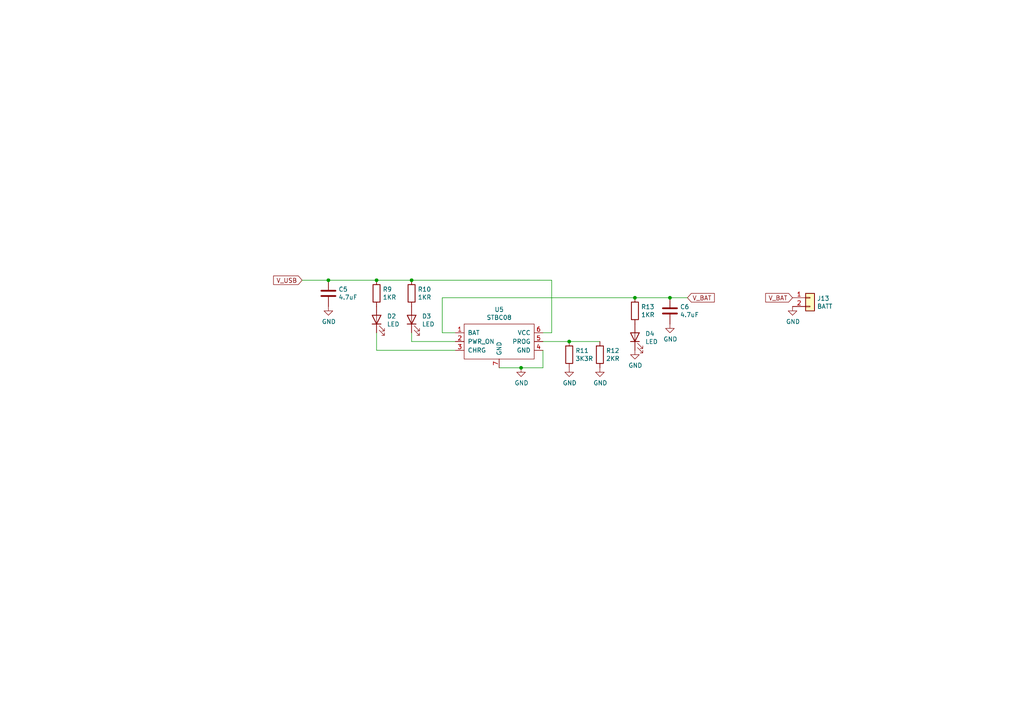
<source format=kicad_sch>
(kicad_sch (version 20211123) (generator eeschema)
  (paper "A4")
  (lib_symbols
    (symbol "Connector_Generic:Conn_01x02" (pin_names (offset 1.016) hide)
      (property "Reference" "J" (at 0 2.54 0))
      (property "Value" "Conn_01x02" (at 0 -5.08 0))
      (symbol "Conn_01x02_1_1"
        (rectangle (start -1.27 -2.413) (end 0 -2.667) (stroke (width 0.1524)))
        (rectangle (start -1.27 0.127) (end 0 -0.127) (stroke (width 0.1524)))
        (rectangle (start -1.27 1.27) (end 1.27 -3.81) (stroke (width 0.254)) (fill (type background)))
        (pin passive line (at -5.08 0 0) (length 3.81) (name "Pin_1") (number "1"))
        (pin passive line (at -5.08 -2.54 0) (length 3.81) (name "Pin_2") (number "2"))
      )
    )
    (symbol "Device:C" (pin_numbers hide) (pin_names (offset 0.254))
      (property "Reference" "C" (at 0.635 2.54 0))
      (property "Value" "C" (at 0.635 -2.54 0))
      (symbol "C_0_1"
        (polyline (pts (xy -2.032 -0.762) (xy 2.032 -0.762)) (stroke (width 0.508)))
        (polyline (pts (xy -2.032 0.762) (xy 2.032 0.762)) (stroke (width 0.508)))
      )
      (symbol "C_1_1"
        (pin passive line (at 0 3.81 270) (length 2.794) (name "~") (number "1"))
        (pin passive line (at 0 -3.81 90) (length 2.794) (name "~") (number "2"))
      )
    )
    (symbol "Device:LED" (pin_numbers hide) (pin_names (offset 1.016) hide)
      (property "Reference" "D" (at 0 2.54 0))
      (property "Value" "LED" (at 0 -2.54 0))
      (symbol "LED_0_1"
        (polyline (pts (xy -1.27 -1.27) (xy -1.27 1.27)) (stroke (width 0.254)))
        (polyline (pts (xy -1.27 0) (xy 1.27 0)))
        (polyline (pts (xy 1.27 -1.27) (xy 1.27 1.27) (xy -1.27 0) (xy 1.27 -1.27)) (stroke (width 0.254)))
        (polyline (pts (xy -3.048 -0.762) (xy -4.572 -2.286) (xy -3.81 -2.286) (xy -4.572 -2.286) (xy -4.572 -1.524)))
        (polyline (pts (xy -1.778 -0.762) (xy -3.302 -2.286) (xy -2.54 -2.286) (xy -3.302 -2.286) (xy -3.302 -1.524)))
      )
      (symbol "LED_1_1"
        (pin passive line (at -3.81 0 0) (length 2.54) (name "K") (number "1"))
        (pin passive line (at 3.81 0 180) (length 2.54) (name "A") (number "2"))
      )
    )
    (symbol "Device:R" (pin_numbers hide) (pin_names (offset 0))
      (property "Reference" "R" (at 2.032 0 90))
      (property "Value" "R" (at 0 0 90))
      (symbol "R_0_1"
        (rectangle (start -1.016 -2.54) (end 1.016 2.54) (stroke (width 0.254)))
      )
      (symbol "R_1_1"
        (pin passive line (at 0 3.81 270) (length 1.27) (name "~") (number "1"))
        (pin passive line (at 0 -3.81 90) (length 1.27) (name "~") (number "2"))
      )
    )
    (symbol "RTPLibs:STBC08" (pin_names (offset 1.016))
      (property "Reference" "U" (at -8.89 6.35 0))
      (property "Value" "RTPLibs_STBC08" (at 6.35 6.35 0))
      (symbol "STBC08_0_1"
        (rectangle (start -10.16 5.08) (end 10.16 -5.08))
      )
      (symbol "STBC08_1_1"
        (pin input line (at -12.7 2.54 0) (length 2.54) (name "BAT") (number "1"))
        (pin input line (at -12.7 0 0) (length 2.54) (name "PWR_ON") (number "2"))
        (pin input line (at -12.7 -2.54 0) (length 2.54) (name "CHRG") (number "3"))
        (pin input line (at 12.7 -2.54 180) (length 2.54) (name "GND") (number "4"))
        (pin input line (at 12.7 0 180) (length 2.54) (name "PROG") (number "5"))
        (pin input line (at 12.7 2.54 180) (length 2.54) (name "VCC") (number "6"))
        (pin input line (at 0 -7.62 90) (length 2.54) (name "GND") (number "7"))
      )
    )
    (symbol "power:GND" (power) (pin_names (offset 0))
      (property "Value" "GND" (at 0 -3.81 0))
      (symbol "GND_0_1"
        (polyline (pts (xy 0 0) (xy 0 -1.27) (xy 1.27 -1.27) (xy 0 -2.54) (xy -1.27 -1.27) (xy 0 -1.27)))
      )
      (symbol "GND_1_1"
        (pin power_in line (at 0 0 270) (length 0) hide (name "GND") (number "1"))
      )
    )
  )
  (junction (at 119.38 81.28))
  (junction (at 151.13 106.68))
  (junction (at 95.25 81.28))
  (junction (at 109.22 81.28))
  (junction (at 184.15 86.36))
  (junction (at 194.31 86.36))
  (junction (at 165.1 99.06))
  (wire (pts (xy 128.27 86.36) (xy 128.27 96.52)))
  (wire (pts (xy 157.48 101.6) (xy 157.48 106.68)))
  (wire (pts (xy 87.63 81.28) (xy 95.25 81.28)))
  (wire (pts (xy 157.48 96.52) (xy 160.02 96.52)))
  (wire (pts (xy 109.22 81.28) (xy 119.38 81.28)))
  (wire (pts (xy 132.08 101.6) (xy 109.22 101.6)))
  (wire (pts (xy 165.1 99.06) (xy 173.99 99.06)))
  (wire (pts (xy 151.13 106.68) (xy 144.78 106.68)))
  (wire (pts (xy 109.22 101.6) (xy 109.22 96.52)))
  (wire (pts (xy 165.1 99.06) (xy 157.48 99.06)))
  (wire (pts (xy 132.08 96.52) (xy 128.27 96.52)))
  (wire (pts (xy 128.27 86.36) (xy 184.15 86.36)))
  (wire (pts (xy 119.38 99.06) (xy 119.38 96.52)))
  (wire (pts (xy 132.08 99.06) (xy 119.38 99.06)))
  (wire (pts (xy 157.48 106.68) (xy 151.13 106.68)))
  (wire (pts (xy 95.25 81.28) (xy 109.22 81.28)))
  (wire (pts (xy 184.15 86.36) (xy 194.31 86.36)))
  (wire (pts (xy 160.02 96.52) (xy 160.02 81.28)))
  (wire (pts (xy 194.31 86.36) (xy 199.39 86.36)))
  (wire (pts (xy 160.02 81.28) (xy 119.38 81.28)))
  (global_label "V_BAT" (shape input) (at 199.39 86.36 0) (property "Intersheet References" "${INTERSHEET_REFS}" (effects hide)))
  (global_label "V_BAT" (shape input) (at 229.87 86.36 180) (property "Intersheet References" "${INTERSHEET_REFS}" (effects hide)))
  (global_label "V_USB" (shape input) (at 87.63 81.28 180) (property "Intersheet References" "${INTERSHEET_REFS}" (effects hide)))
  (symbol (lib_id "RTPLibs:STBC08") (at 144.78 99.06 0) (unit 1)
    (property "Reference" "U5" (at 144.78 89.789 0))
    (property "Value" "STBC08" (at 144.78 92.1004 0))
    (property "Footprint" "Package_DFN_QFN:DFN-6-1EP_3x3mm_P1mm_EP1.5x2.4mm" (effects hide))
  )
  (symbol (lib_id "Device:R") (at 165.1 102.87 0) (unit 1)
    (property "Reference" "R11" (at 166.878 101.7016 0) (effects (justify left)))
    (property "Value" "3K3R" (at 166.878 104.013 0) (effects (justify left)))
    (property "Footprint" "Resistor_SMD:R_0805_2012Metric_Pad1.20x1.40mm_HandSolder" (effects hide))
  )
  (symbol (lib_id "power:GND") (at 165.1 106.68 0) (unit 1)
    (property "Reference" "#PWR015" (effects hide))
    (property "Value" "GND" (at 165.227 111.0742 0))
  )
  (symbol (lib_id "Device:LED") (at 109.22 92.71 90) (unit 1)
    (property "Reference" "D2" (at 112.2172 91.7194 90) (effects (justify right)))
    (property "Value" "LED" (at 112.2172 94.0308 90) (effects (justify right)))
    (property "Footprint" "LED_SMD:LED_0805_2012Metric" (effects hide))
  )
  (symbol (lib_id "Device:LED") (at 119.38 92.71 90) (unit 1)
    (property "Reference" "D3" (at 122.3772 91.7194 90) (effects (justify right)))
    (property "Value" "LED" (at 122.3772 94.0308 90) (effects (justify right)))
    (property "Footprint" "LED_SMD:LED_0805_2012Metric" (effects hide))
  )
  (symbol (lib_id "Device:R") (at 109.22 85.09 180) (unit 1)
    (property "Reference" "R9" (at 110.998 83.9216 0) (effects (justify right)))
    (property "Value" "1KR" (at 110.998 86.233 0) (effects (justify right)))
    (property "Footprint" "Resistor_SMD:R_0805_2012Metric_Pad1.20x1.40mm_HandSolder" (effects hide))
  )
  (symbol (lib_id "Device:R") (at 119.38 85.09 180) (unit 1)
    (property "Reference" "R10" (at 121.158 83.9216 0) (effects (justify right)))
    (property "Value" "1KR" (at 121.158 86.233 0) (effects (justify right)))
    (property "Footprint" "Resistor_SMD:R_0805_2012Metric_Pad1.20x1.40mm_HandSolder" (effects hide))
  )
  (symbol (lib_id "Device:C") (at 95.25 85.09 0) (unit 1)
    (property "Reference" "C5" (at 98.171 83.9216 0) (effects (justify left)))
    (property "Value" "4.7uF" (at 98.171 86.233 0) (effects (justify left)))
    (property "Footprint" "Capacitor_SMD:C_0805_2012Metric_Pad1.18x1.45mm_HandSolder" (effects hide))
  )
  (symbol (lib_id "power:GND") (at 95.25 88.9 0) (unit 1)
    (property "Reference" "#PWR013" (effects hide))
    (property "Value" "GND" (at 95.377 93.2942 0))
  )
  (symbol (lib_id "Device:C") (at 194.31 90.17 0) (unit 1)
    (property "Reference" "C6" (at 197.231 89.0016 0) (effects (justify left)))
    (property "Value" "4.7uF" (at 197.231 91.313 0) (effects (justify left)))
    (property "Footprint" "Capacitor_SMD:C_0805_2012Metric_Pad1.18x1.45mm_HandSolder" (effects hide))
  )
  (symbol (lib_id "power:GND") (at 194.31 93.98 0) (unit 1)
    (property "Reference" "#PWR023" (effects hide))
    (property "Value" "GND" (at 194.437 98.3742 0))
  )
  (symbol (lib_id "Device:R") (at 173.99 102.87 0) (unit 1)
    (property "Reference" "R12" (at 175.768 101.7016 0) (effects (justify left)))
    (property "Value" "2KR" (at 175.768 104.013 0) (effects (justify left)))
    (property "Footprint" "Resistor_SMD:R_0805_2012Metric_Pad1.20x1.40mm_HandSolder" (effects hide))
  )
  (symbol (lib_id "power:GND") (at 173.99 106.68 0) (unit 1)
    (property "Reference" "#PWR022" (effects hide))
    (property "Value" "GND" (at 174.117 111.0742 0))
  )
  (symbol (lib_id "power:GND") (at 151.13 106.68 0) (unit 1)
    (property "Reference" "#PWR014" (effects hide))
    (property "Value" "GND" (at 151.257 111.0742 0))
  )
  (symbol (lib_id "Device:LED") (at 184.15 97.79 90) (unit 1)
    (property "Reference" "D4" (at 187.1472 96.7994 90) (effects (justify right)))
    (property "Value" "LED" (at 187.1472 99.1108 90) (effects (justify right)))
    (property "Footprint" "LED_SMD:LED_0805_2012Metric" (effects hide))
  )
  (symbol (lib_id "Device:R") (at 184.15 90.17 180) (unit 1)
    (property "Reference" "R13" (at 185.928 89.0016 0) (effects (justify right)))
    (property "Value" "1KR" (at 185.928 91.313 0) (effects (justify right)))
    (property "Footprint" "Resistor_SMD:R_0805_2012Metric_Pad1.20x1.40mm_HandSolder" (effects hide))
  )
  (symbol (lib_id "power:GND") (at 184.15 101.6 0) (unit 1)
    (property "Reference" "#PWR030" (effects hide))
    (property "Value" "GND" (at 184.277 105.9942 0))
  )
  (symbol (lib_id "Connector_Generic:Conn_01x02") (at 234.95 86.36 0) (unit 1)
    (property "Reference" "J13" (at 236.982 86.5632 0) (effects (justify left)))
    (property "Value" "BATT" (at 236.982 88.8746 0) (effects (justify left)))
    (property "Footprint" "Connector_JST:JST_PH_S2B-PH-SM4-TB_1x02-1MP_P2.00mm_Horizontal" (effects hide))
  )
  (symbol (lib_id "power:GND") (at 229.87 88.9 0) (unit 1)
    (property "Reference" "#PWR031" (effects hide))
    (property "Value" "GND" (at 229.997 93.2942 0))
  )
)
</source>
